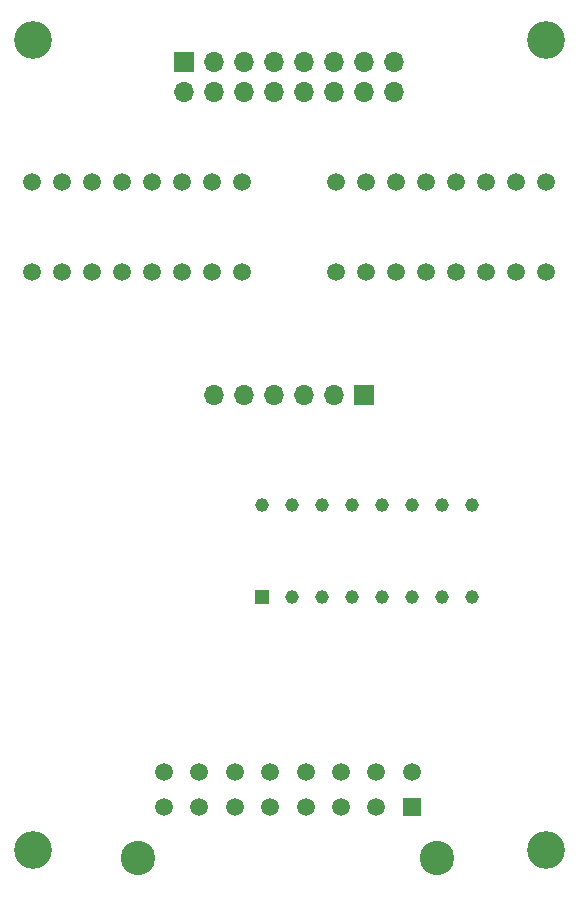
<source format=gbr>
%TF.GenerationSoftware,KiCad,Pcbnew,(6.0.7)*%
%TF.CreationDate,2023-09-07T13:28:03+01:00*%
%TF.ProjectId,CCC_rig_NTC_in,4343435f-7269-4675-9f4e-54435f696e2e,rev?*%
%TF.SameCoordinates,Original*%
%TF.FileFunction,Soldermask,Bot*%
%TF.FilePolarity,Negative*%
%FSLAX46Y46*%
G04 Gerber Fmt 4.6, Leading zero omitted, Abs format (unit mm)*
G04 Created by KiCad (PCBNEW (6.0.7)) date 2023-09-07 13:28:03*
%MOMM*%
%LPD*%
G01*
G04 APERTURE LIST*
%ADD10R,1.700000X1.700000*%
%ADD11O,1.700000X1.700000*%
%ADD12C,3.200000*%
%ADD13C,1.500000*%
%ADD14R,1.159000X1.159000*%
%ADD15C,1.159000*%
%ADD16R,1.520000X1.520000*%
%ADD17C,1.520000*%
%ADD18C,2.910000*%
G04 APERTURE END LIST*
D10*
%TO.C,J11*%
X34325100Y-32146400D03*
D11*
X34325100Y-34686400D03*
X36865100Y-32146400D03*
X36865100Y-34686400D03*
X39405100Y-32146400D03*
X39405100Y-34686400D03*
X41945100Y-32146400D03*
X41945100Y-34686400D03*
X44485100Y-32146400D03*
X44485100Y-34686400D03*
X47025100Y-32146400D03*
X47025100Y-34686400D03*
X49565100Y-32146400D03*
X49565100Y-34686400D03*
X52105100Y-32146400D03*
X52105100Y-34686400D03*
%TD*%
D12*
%TO.C,NPTH_3*%
X65000000Y-98900000D03*
%TD*%
D13*
%TO.C,S2*%
X47200100Y-49921400D03*
X47200100Y-42301400D03*
X49740100Y-49921400D03*
X49740100Y-42301400D03*
X52280100Y-49921400D03*
X52280100Y-42301400D03*
X54820100Y-49921400D03*
X54820100Y-42301400D03*
X57360100Y-49921400D03*
X57360100Y-42301400D03*
X59900100Y-49921400D03*
X59900100Y-42301400D03*
X62440100Y-49921400D03*
X62440100Y-42301400D03*
X64980100Y-49921400D03*
X64980100Y-42301400D03*
%TD*%
D12*
%TO.C,NPTH_0*%
X21500000Y-30300000D03*
%TD*%
D13*
%TO.C,S1*%
X21420100Y-49921400D03*
X21420100Y-42301400D03*
X23960100Y-49921400D03*
X23960100Y-42301400D03*
X26500100Y-49921400D03*
X26500100Y-42301400D03*
X29040100Y-49921400D03*
X29040100Y-42301400D03*
X31580100Y-49921400D03*
X31580100Y-42301400D03*
X34120100Y-49921400D03*
X34120100Y-42301400D03*
X36660100Y-49921400D03*
X36660100Y-42301400D03*
X39200100Y-49921400D03*
X39200100Y-42301400D03*
%TD*%
D10*
%TO.C,J10*%
X49525100Y-60335400D03*
D11*
X46985100Y-60335400D03*
X44445100Y-60335400D03*
X41905100Y-60335400D03*
X39365100Y-60335400D03*
X36825100Y-60335400D03*
%TD*%
D14*
%TO.C,IC3*%
X40914000Y-77448400D03*
D15*
X43454000Y-77448400D03*
X45994000Y-77448400D03*
X48534000Y-77448400D03*
X51074000Y-77448400D03*
X53614000Y-77448400D03*
X56154000Y-77448400D03*
X58694000Y-77448400D03*
X58694000Y-69638400D03*
X56154000Y-69638400D03*
X53614000Y-69638400D03*
X51074000Y-69638400D03*
X48534000Y-69638400D03*
X45994000Y-69638400D03*
X43454000Y-69638400D03*
X40914000Y-69638400D03*
%TD*%
D12*
%TO.C,NPTH_2*%
X21500000Y-98900000D03*
%TD*%
%TO.C,NPTH_1*%
X65000000Y-30300000D03*
%TD*%
D16*
%TO.C,J9*%
X53603300Y-95272000D03*
D17*
X50603300Y-95272000D03*
X47603300Y-95272000D03*
X44603300Y-95272000D03*
X41603300Y-95272000D03*
X38603300Y-95272000D03*
X35603300Y-95272000D03*
X32603300Y-95272000D03*
X53603300Y-92272000D03*
X50603300Y-92272000D03*
X47603300Y-92272000D03*
X44603300Y-92272000D03*
X41603300Y-92272000D03*
X38603300Y-92272000D03*
X35603300Y-92272000D03*
X32603300Y-92272000D03*
D18*
X55753300Y-99592000D03*
X30453300Y-99592000D03*
%TD*%
M02*

</source>
